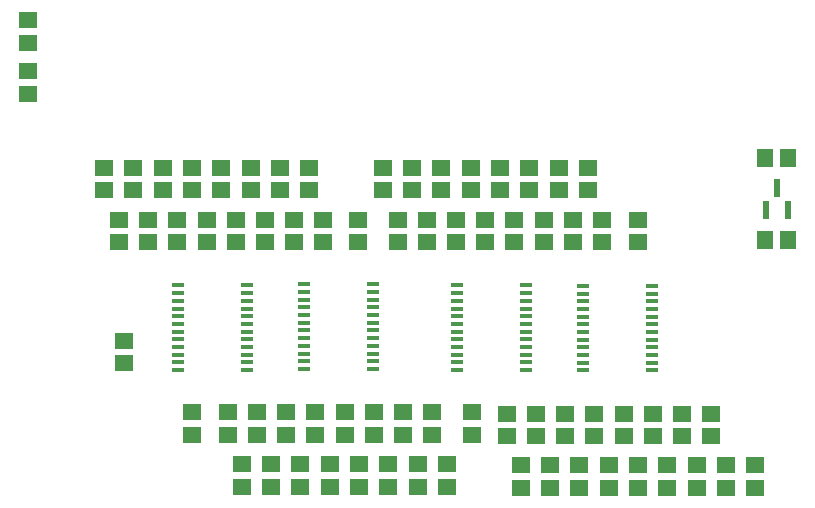
<source format=gtp>
G04*
G04 #@! TF.GenerationSoftware,Altium Limited,Altium Designer,19.1.8 (144)*
G04*
G04 Layer_Color=8421504*
%FSLAX44Y44*%
%MOMM*%
G71*
G01*
G75*
%ADD16R,1.5240X1.3208*%
%ADD17R,0.9906X0.3048*%
%ADD18R,1.3208X1.5240*%
%ADD19R,0.6000X1.5000*%
D16*
X-325882Y242062D02*
D03*
Y261214D02*
D03*
X227508Y-71882D02*
D03*
Y-91034D02*
D03*
X252218Y-71882D02*
D03*
Y-91034D02*
D03*
X-46482Y73152D02*
D03*
Y92304D02*
D03*
X49276Y-70612D02*
D03*
Y-89764D02*
D03*
X15998Y-70612D02*
D03*
Y-89764D02*
D03*
X-187198Y-70612D02*
D03*
Y-89764D02*
D03*
X190246Y73152D02*
D03*
Y92304D02*
D03*
X28698Y-114554D02*
D03*
Y-133706D02*
D03*
X3843Y-114554D02*
D03*
Y-133706D02*
D03*
X-21012Y-114554D02*
D03*
Y-133706D02*
D03*
X-45867Y-114554D02*
D03*
Y-133706D02*
D03*
X-70722Y-114554D02*
D03*
Y-133706D02*
D03*
X-95578Y-114554D02*
D03*
Y-133706D02*
D03*
X-120433Y-114554D02*
D03*
Y-133706D02*
D03*
X-145288Y-114554D02*
D03*
Y-133706D02*
D03*
X-8712Y-70612D02*
D03*
Y-89764D02*
D03*
X-33422Y-70612D02*
D03*
Y-89764D02*
D03*
X-58132Y-70612D02*
D03*
Y-89764D02*
D03*
X-82842Y-70612D02*
D03*
Y-89764D02*
D03*
X-107552Y-70612D02*
D03*
Y-89764D02*
D03*
X-132262Y-70612D02*
D03*
Y-89764D02*
D03*
X-156972Y-70612D02*
D03*
Y-89764D02*
D03*
X159718Y73152D02*
D03*
Y92304D02*
D03*
X148034Y117094D02*
D03*
Y136246D02*
D03*
X135008Y73152D02*
D03*
Y92304D02*
D03*
X123179Y117094D02*
D03*
Y136246D02*
D03*
X110298Y73152D02*
D03*
Y92304D02*
D03*
X98324Y117094D02*
D03*
Y136246D02*
D03*
X85588Y73152D02*
D03*
Y92304D02*
D03*
X73469Y117094D02*
D03*
Y136246D02*
D03*
X60878Y73152D02*
D03*
Y92304D02*
D03*
X48614Y117094D02*
D03*
Y136246D02*
D03*
X36168Y73152D02*
D03*
Y92304D02*
D03*
X23759Y117094D02*
D03*
Y136246D02*
D03*
X11458Y73152D02*
D03*
Y92304D02*
D03*
X-1096Y117094D02*
D03*
Y136246D02*
D03*
X-13252Y73152D02*
D03*
Y92304D02*
D03*
X-25951Y117094D02*
D03*
Y136246D02*
D03*
X79248Y-71882D02*
D03*
Y-91034D02*
D03*
X-76248Y73152D02*
D03*
Y92304D02*
D03*
X90932Y-115824D02*
D03*
Y-134976D02*
D03*
X-87932Y117094D02*
D03*
Y136246D02*
D03*
X103958Y-71882D02*
D03*
Y-91034D02*
D03*
X-100958Y73152D02*
D03*
Y92304D02*
D03*
X115787Y-115824D02*
D03*
Y-134976D02*
D03*
X-112787Y117094D02*
D03*
Y136246D02*
D03*
X128668Y-71882D02*
D03*
Y-91034D02*
D03*
X-125668Y73152D02*
D03*
Y92304D02*
D03*
X140642Y-115824D02*
D03*
Y-134976D02*
D03*
X-137642Y117094D02*
D03*
Y136246D02*
D03*
X153378Y-71882D02*
D03*
Y-91034D02*
D03*
X-150378Y73152D02*
D03*
Y92304D02*
D03*
X165497Y-115824D02*
D03*
Y-134976D02*
D03*
X-162497Y117094D02*
D03*
Y136246D02*
D03*
X178088Y-71882D02*
D03*
Y-91034D02*
D03*
X-175088Y73152D02*
D03*
Y92304D02*
D03*
X190353Y-115824D02*
D03*
Y-134976D02*
D03*
X-187352Y117094D02*
D03*
Y136246D02*
D03*
X202798Y-71882D02*
D03*
Y-91034D02*
D03*
X-199797Y73152D02*
D03*
Y92304D02*
D03*
X215208Y-115824D02*
D03*
Y-134976D02*
D03*
X-212207Y117094D02*
D03*
Y136246D02*
D03*
X-224508Y73152D02*
D03*
Y92304D02*
D03*
X240063Y-115824D02*
D03*
Y-134976D02*
D03*
X-237062Y117094D02*
D03*
Y136246D02*
D03*
X-249217Y73152D02*
D03*
Y92304D02*
D03*
X264918Y-115824D02*
D03*
Y-134976D02*
D03*
X-261917Y117094D02*
D03*
Y136246D02*
D03*
X289052Y-134976D02*
D03*
Y-115824D02*
D03*
X-244856Y-10312D02*
D03*
Y-29464D02*
D03*
X-325882Y199034D02*
D03*
Y218186D02*
D03*
D17*
X143542Y36258D02*
D03*
Y29758D02*
D03*
Y23258D02*
D03*
Y16758D02*
D03*
Y10258D02*
D03*
Y3758D02*
D03*
Y-2794D02*
D03*
Y-9398D02*
D03*
Y-15748D02*
D03*
Y-22352D02*
D03*
X201930D02*
D03*
Y-15748D02*
D03*
Y-9398D02*
D03*
Y-2794D02*
D03*
Y3758D02*
D03*
Y10258D02*
D03*
Y16758D02*
D03*
Y23258D02*
D03*
Y29758D02*
D03*
Y36258D02*
D03*
X143542Y-28956D02*
D03*
X201930D02*
D03*
X143542Y-35306D02*
D03*
X201930D02*
D03*
X95424Y-34988D02*
D03*
Y-28488D02*
D03*
Y-21988D02*
D03*
Y-15488D02*
D03*
Y-8988D02*
D03*
Y-2488D02*
D03*
Y4064D02*
D03*
Y10668D02*
D03*
Y17018D02*
D03*
Y23622D02*
D03*
X37036D02*
D03*
Y17018D02*
D03*
Y10668D02*
D03*
Y4064D02*
D03*
Y-2488D02*
D03*
Y-8988D02*
D03*
Y-15488D02*
D03*
Y-21988D02*
D03*
Y-28488D02*
D03*
Y-34988D02*
D03*
X95424Y30226D02*
D03*
X37036D02*
D03*
X95424Y36576D02*
D03*
X37036D02*
D03*
X-92678Y37528D02*
D03*
Y31028D02*
D03*
Y24528D02*
D03*
Y18028D02*
D03*
Y11528D02*
D03*
Y5028D02*
D03*
Y-1524D02*
D03*
Y-8128D02*
D03*
Y-14478D02*
D03*
Y-21082D02*
D03*
X-34290D02*
D03*
Y-14478D02*
D03*
Y-8128D02*
D03*
Y-1524D02*
D03*
Y5028D02*
D03*
Y11528D02*
D03*
Y18028D02*
D03*
Y24528D02*
D03*
Y31028D02*
D03*
Y37528D02*
D03*
X-92678Y-27686D02*
D03*
X-34290D02*
D03*
X-92678Y-34036D02*
D03*
X-34290D02*
D03*
X-140541Y-34988D02*
D03*
Y-28488D02*
D03*
Y-21988D02*
D03*
Y-15488D02*
D03*
Y-8988D02*
D03*
Y-2488D02*
D03*
Y4064D02*
D03*
Y10668D02*
D03*
Y17018D02*
D03*
Y23622D02*
D03*
X-198930D02*
D03*
Y17018D02*
D03*
Y10668D02*
D03*
Y4064D02*
D03*
Y-2488D02*
D03*
Y-8988D02*
D03*
Y-15488D02*
D03*
Y-21988D02*
D03*
Y-28488D02*
D03*
Y-34988D02*
D03*
X-140541Y30226D02*
D03*
X-198930D02*
D03*
X-140541Y36576D02*
D03*
X-198930D02*
D03*
D18*
X316840Y75184D02*
D03*
X297688D02*
D03*
X316840Y144272D02*
D03*
X297688D02*
D03*
D19*
X298348Y100228D02*
D03*
X317348D02*
D03*
X307848Y119228D02*
D03*
M02*

</source>
